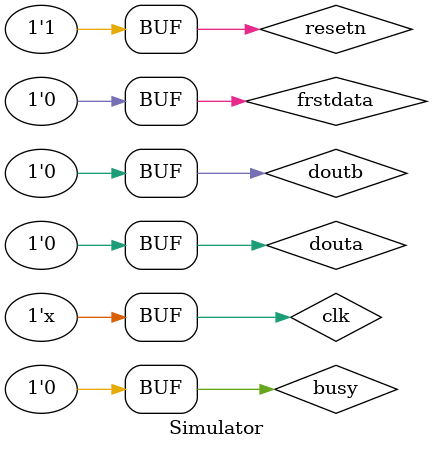
<source format=v>
`timescale 1ns / 1ps


module Simulator();
    reg clk;
    reg resetn; 
    // thuc hien cac tin hieu inout ad7606 
    wire hben;   // tin hieu xac dinh msb hay lsb (DB14)
    wire byte_sel; // tin hieu xac dinh parallel byte = 1 hay serial = 0 (DB15)
    // tin hieu nhan dieu khien qua trinh chuyen doi
    wire adc_rst;
    wire convst_a;
    wire convst_b;
    wire cs;
    wire rd; // tin hieu nay chinh la tin hieu sclk
    // tin hieu thong bao trang thai chuyen doi 
    reg frstdata; 
    reg busy;
    reg douta; 
    reg doutb;
    // tin hieu xuat data ra ngoai 
    wire [15:0] data_ch0;
    wire [15:0] data_ch1;  
    wire [15:0] data_ch2;
    wire [15:0] data_ch3; 
    wire [15:0] data_ch4; 
    wire [15:0] data_ch5; 
    wire [15:0] data_ch6;
    wire [15:0] data_ch7; 
    wire data_valid; 
    // thuc hien test
    
    
    Module_read_ser_ad7606 test1(
    .clk(clk), 
    .resetn(resetn), 
    .hben(hben), 
    .byte_sel(byte_sel), 
    .adc_rst(adc_rst), 
    .convst_a(convst_a), 
    .convst_b(convst_b), 
    .cs(cs), 
    .rd(rd), 
    .frstdata(frstdata), 
    .busy(busy), 
    .douta(douta), 
    .doutb(doutb), 
    .data_ch0(data_ch0), 
    .data_ch1(data_ch1), 
    .data_ch2(data_ch2), 
    .data_ch3(data_ch3), 
    .data_ch4(data_ch4), 
    .data_ch5(data_ch5), 
    .data_ch6(data_ch6), 
    .data_ch7(data_ch7), 
    .data_valid(data_valid)
    // thuc hien test 
    );
    
    
    always #1 clk = ~clk; 
    initial  
    begin 
    clk =0; resetn =1; frstdata =0; busy =0; busy =0;
    #5 resetn =0; 
    #5 resetn =1; 
    #73 busy =1;
    #300 busy =0; 
    end 
    
    initial 
    begin 
    douta =0; doutb =0; 
    #377 douta =0; doutb =0; 
    repeat (32)begin 
        #12 douta = 1; doutb = 1;
        #12 douta = 0; doutb = 0;
    end 
    end 
    
    
    
endmodule

</source>
